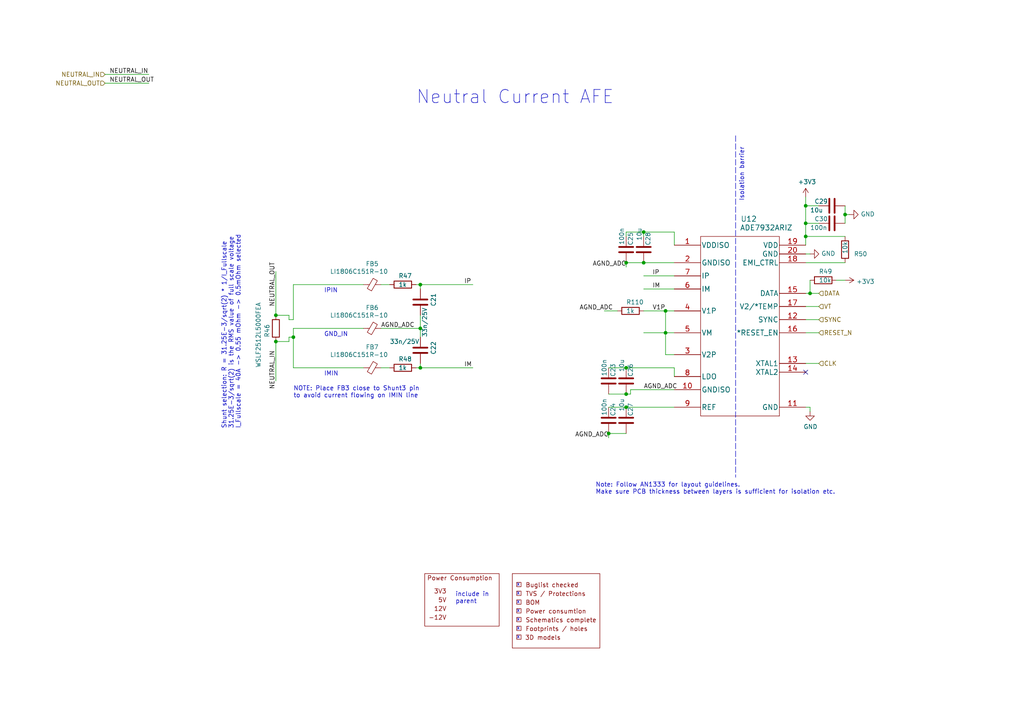
<source format=kicad_sch>
(kicad_sch (version 20211123) (generator eeschema)
  (paper "A4")
  (title_block (title "Yeti Board") (date "2021-05-14") (rev "02") (company "Pionix GmbH") (comment 1 "Cornelius Claussen"))
  (lib_symbols
    (symbol "Device:C" (pin_numbers hide) (pin_names (offset 0.254))
      (property "Reference" "C" (at 0.635 2.54 0))
      (property "Value" "C" (at 0.635 -2.54 0))
      (symbol "C_0_1"
        (polyline (pts (xy -2.032 -0.762) (xy 2.032 -0.762)) (stroke (width 0.508)))
        (polyline (pts (xy -2.032 0.762) (xy 2.032 0.762)) (stroke (width 0.508)))
      )
      (symbol "C_1_1"
        (pin passive line (at 0 3.81 270) (length 2.794) (name "~") (number "1"))
        (pin passive line (at 0 -3.81 90) (length 2.794) (name "~") (number "2"))
      )
    )
    (symbol "Device:FerriteBead_Small" (pin_numbers hide) (pin_names (offset 0))
      (property "Reference" "FB" (at 1.905 1.27 0))
      (property "Value" "FerriteBead_Small" (at 1.905 -1.27 0))
      (symbol "FerriteBead_Small_0_1"
        (polyline (pts (xy 0 -1.27) (xy 0 -0.7874)))
        (polyline (pts (xy 0 0.889) (xy 0 1.2954)))
        (polyline (pts (xy -1.8288 0.2794) (xy -1.1176 1.4986) (xy 1.8288 -0.2032) (xy 1.1176 -1.4224) (xy -1.8288 0.2794)))
      )
      (symbol "FerriteBead_Small_1_1"
        (pin passive line (at 0 2.54 270) (length 1.27) (name "~") (number "1"))
        (pin passive line (at 0 -2.54 90) (length 1.27) (name "~") (number "2"))
      )
    )
    (symbol "Device:R" (pin_numbers hide) (pin_names (offset 0))
      (property "Reference" "R" (at 2.032 0 90))
      (property "Value" "R" (at 0 0 90))
      (symbol "R_0_1"
        (rectangle (start -1.016 -2.54) (end 1.016 2.54) (stroke (width 0.254)))
      )
      (symbol "R_1_1"
        (pin passive line (at 0 3.81 270) (length 1.27) (name "~") (number "1"))
        (pin passive line (at 0 -3.81 90) (length 1.27) (name "~") (number "2"))
      )
    )
    (symbol "ev-devboard:ADE7932ARIZ" (pin_names (offset 0.254))
      (property "Reference" "U" (at -3.81 30.48 0))
      (property "Value" "ADE7932ARIZ" (at -3.81 27.94 0))
      (symbol "ADE7932ARIZ_0_1"
        (rectangle (start -12.7 25.4) (end 10.16 -26.67))
        (rectangle (start 10.16 -26.67) (end 10.16 -26.67))
      )
      (symbol "ADE7932ARIZ_1_1"
        (pin passive line (at -20.32 22.86 0) (length 7.62) (name "VDDISO") (number "1"))
        (pin passive line (at -20.32 -19.05 0) (length 7.62) (name "GNDISO") (number "10"))
        (pin power_in line (at 17.78 -24.13 180) (length 7.62) (name "GND") (number "11"))
        (pin input line (at 17.78 1.27 180) (length 7.62) (name "SYNC") (number "12"))
        (pin passive line (at 17.78 -11.43 180) (length 7.62) (name "XTAL1") (number "13"))
        (pin passive line (at 17.78 -13.97 180) (length 7.62) (name "XTAL2") (number "14"))
        (pin bidirectional line (at 17.78 8.89 180) (length 7.62) (name "DATA") (number "15"))
        (pin input line (at 17.78 -2.54 180) (length 7.62) (name "*RESET_EN") (number "16"))
        (pin passive line (at 17.78 5.08 180) (length 7.62) (name "V2/*TEMP") (number "17"))
        (pin input line (at 17.78 17.78 180) (length 7.62) (name "EMI_CTRL") (number "18"))
        (pin power_in line (at 17.78 22.86 180) (length 7.62) (name "VDD") (number "19"))
        (pin passive line (at -20.32 17.78 0) (length 7.62) (name "GNDISO") (number "2"))
        (pin power_in line (at 17.78 20.32 180) (length 7.62) (name "GND") (number "20"))
        (pin passive line (at -20.32 -8.89 0) (length 7.62) (name "V2P") (number "3"))
        (pin passive line (at -20.32 3.81 0) (length 7.62) (name "V1P") (number "4"))
        (pin passive line (at -20.32 -2.54 0) (length 7.62) (name "VM") (number "5"))
        (pin passive line (at -20.32 10.16 0) (length 7.62) (name "IM") (number "6"))
        (pin passive line (at -20.32 13.97 0) (length 7.62) (name "IP") (number "7"))
        (pin passive line (at -20.32 -15.24 0) (length 7.62) (name "LDO") (number "8"))
        (pin passive line (at -20.32 -24.13 0) (length 7.62) (name "REF") (number "9"))
      )
    )
    (symbol "ev-devboard:CHECKLIST" (pin_numbers hide) (pin_names (offset 0) hide)
      (symbol "CHECKLIST_0_0"
        (rectangle (start -11.43 10.16) (end 13.97 -11.43))
        (rectangle (start -10.16 7.62) (end -8.89 6.35))
        (text "3D models" (at -2.54 -7.62 0) (effects (font (size 1.27 1.27)) (justify top)))
        (text "BOM" (at -7.62 2.54 0) (effects (font (size 1.27 1.27)) (justify left top)))
        (text "Buglist checked" (at -7.62 7.62 0) (effects (font (size 1.27 1.27)) (justify left top)))
        (text "Footprints / holes" (at -7.62 -5.08 0) (effects (font (size 1.27 1.27)) (justify left top)))
        (text "Power consumtion" (at -7.62 0 0) (effects (font (size 1.27 1.27)) (justify left top)))
        (text "Schematics complete" (at -7.62 -2.54 0) (effects (font (size 1.27 1.27)) (justify left top)))
        (text "TVS / Protections" (at -7.62 5.08 0) (effects (font (size 1.27 1.27)) (justify left top)))
      )
      (symbol "CHECKLIST_1_1"
        (rectangle (start -10.16 -7.62) (end -8.89 -8.89))
        (rectangle (start -10.16 -5.08) (end -8.89 -6.35))
        (rectangle (start -10.16 -2.54) (end -8.89 -3.81))
        (rectangle (start -10.16 0) (end -8.89 -1.27))
        (rectangle (start -10.16 2.54) (end -8.89 1.27))
        (rectangle (start -10.16 5.08) (end -8.89 3.81))
      )
    )
    (symbol "ev-devboard:POWERCONSUMPTION" (pin_names (offset 1.016))
      (symbol "POWERCONSUMPTION_0_0"
        (rectangle (start -10.16 7.62) (end 11.43 -7.62))
        (text "-12V" (at -3.81 -5.08 0) (effects (font (size 1.27 1.27)) (justify right)))
        (text "12V" (at -3.81 -2.54 0) (effects (font (size 1.27 1.27)) (justify right)))
        (text "3V3" (at -3.81 2.54 0) (effects (font (size 1.27 1.27)) (justify right)))
        (text "5V" (at -3.81 0 0) (effects (font (size 1.27 1.27)) (justify right)))
        (text "Power Consumption" (at 0 6.35 0) (effects (font (size 1.27 1.27))))
      )
    )
    (symbol "power:+3.3V" (power) (pin_names (offset 0))
      (property "Value" "+3.3V" (at 0 3.556 0))
      (symbol "+3.3V_0_1"
        (polyline (pts (xy -0.762 1.27) (xy 0 2.54)))
        (polyline (pts (xy 0 0) (xy 0 2.54)))
        (polyline (pts (xy 0 2.54) (xy 0.762 1.27)))
      )
      (symbol "+3.3V_1_1"
        (pin power_in line (at 0 0 90) (length 0) hide (name "+3V3") (number "1"))
      )
    )
    (symbol "power:GND" (power) (pin_names (offset 0))
      (property "Value" "GND" (at 0 -3.81 0))
      (symbol "GND_0_1"
        (polyline (pts (xy 0 0) (xy 0 -1.27) (xy 1.27 -1.27) (xy 0 -2.54) (xy -1.27 -1.27) (xy 0 -1.27)))
      )
      (symbol "GND_1_1"
        (pin power_in line (at 0 0 270) (length 0) hide (name "GND") (number "1"))
      )
    )
  )
  (junction (at 181.61 118.11))
  (junction (at 121.92 82.55))
  (junction (at 121.92 95.25))
  (junction (at 181.61 106.68))
  (junction (at 181.61 114.3))
  (junction (at 233.68 64.77))
  (junction (at 233.68 68.58))
  (junction (at 80.01 91.44))
  (junction (at 176.53 125.73))
  (junction (at 181.61 76.2))
  (junction (at 85.09 97.79))
  (junction (at 233.68 59.69))
  (junction (at 186.69 67.31))
  (junction (at 193.04 90.17))
  (junction (at 186.69 76.2))
  (junction (at 193.04 96.52))
  (junction (at 245.11 62.23))
  (junction (at 80.01 99.06))
  (junction (at 121.92 106.68))
  (junction (at 234.95 85.09))
  (no_connect (at 233.68 107.95))
  (wire (pts (xy 176.53 125.73) (xy 176.53 127)))
  (wire (pts (xy 195.58 76.2) (xy 186.69 76.2)))
  (wire (pts (xy 193.04 96.52) (xy 186.69 96.52)))
  (wire (pts (xy 182.88 113.03) (xy 182.88 114.3)))
  (wire (pts (xy 195.58 96.52) (xy 193.04 96.52)))
  (wire (pts (xy 245.11 81.28) (xy 242.57 81.28)))
  (wire (pts (xy 80.01 99.06) (xy 80.01 110.49)))
  (wire (pts (xy 85.09 97.79) (xy 85.09 106.68)))
  (wire (pts (xy 85.09 106.68) (xy 105.41 106.68)))
  (wire (pts (xy 233.68 64.77) (xy 237.49 64.77)))
  (wire (pts (xy 182.88 114.3) (xy 181.61 114.3)))
  (wire (pts (xy 233.68 88.9) (xy 237.49 88.9)))
  (wire (pts (xy 195.58 80.01) (xy 186.69 80.01)))
  (wire (pts (xy 233.68 85.09) (xy 234.95 85.09)))
  (wire (pts (xy 85.09 82.55) (xy 85.09 92.71)))
  (wire (pts (xy 110.49 82.55) (xy 113.03 82.55)))
  (wire (pts (xy 181.61 76.2) (xy 181.61 77.47)))
  (wire (pts (xy 176.53 125.73) (xy 181.61 125.73)))
  (wire (pts (xy 83.82 99.06) (xy 80.01 99.06)))
  (wire (pts (xy 193.04 90.17) (xy 193.04 96.52)))
  (wire (pts (xy 181.61 76.2) (xy 186.69 76.2)))
  (wire (pts (xy 193.04 102.87) (xy 193.04 96.52)))
  (wire (pts (xy 234.95 73.66) (xy 233.68 73.66)))
  (wire (pts (xy 80.01 91.44) (xy 83.82 91.44)))
  (wire (pts (xy 121.92 95.25) (xy 121.92 91.44)))
  (wire (pts (xy 181.61 106.68) (xy 195.58 106.68)))
  (wire (pts (xy 181.61 67.31) (xy 181.61 68.58)))
  (wire (pts (xy 195.58 71.12) (xy 195.58 67.31)))
  (wire (pts (xy 181.61 118.11) (xy 176.53 118.11)))
  (wire (pts (xy 233.68 92.71) (xy 237.49 92.71)))
  (wire (pts (xy 120.65 106.68) (xy 121.92 106.68)))
  (wire (pts (xy 237.49 59.69) (xy 233.68 59.69)))
  (wire (pts (xy 186.69 67.31) (xy 186.69 68.58)))
  (wire (pts (xy 121.92 82.55) (xy 137.16 82.55)))
  (wire (pts (xy 195.58 102.87) (xy 193.04 102.87)))
  (wire (pts (xy 120.65 82.55) (xy 121.92 82.55)))
  (wire (pts (xy 85.09 95.25) (xy 105.41 95.25)))
  (wire (pts (xy 175.26 90.17) (xy 179.07 90.17)))
  (wire (pts (xy 30.48 24.13) (xy 43.18 24.13)))
  (wire (pts (xy 83.82 97.79) (xy 85.09 97.79)))
  (wire (pts (xy 193.04 90.17) (xy 186.69 90.17)))
  (wire (pts (xy 233.68 71.12) (xy 233.68 68.58)))
  (wire (pts (xy 233.68 68.58) (xy 245.11 68.58)))
  (wire (pts (xy 233.68 105.41) (xy 237.49 105.41)))
  (polyline (pts (xy 213.36 39.37) (xy 213.36 138.43)))
  (wire (pts (xy 121.92 106.68) (xy 121.92 105.41)))
  (wire (pts (xy 121.92 106.68) (xy 137.16 106.68)))
  (wire (pts (xy 80.01 78.74) (xy 80.01 91.44)))
  (wire (pts (xy 121.92 95.25) (xy 121.92 97.79)))
  (wire (pts (xy 176.53 106.68) (xy 181.61 106.68)))
  (wire (pts (xy 233.68 64.77) (xy 233.68 59.69)))
  (wire (pts (xy 195.58 90.17) (xy 193.04 90.17)))
  (wire (pts (xy 233.68 59.69) (xy 233.68 57.15)))
  (wire (pts (xy 195.58 106.68) (xy 195.58 109.22)))
  (wire (pts (xy 234.95 85.09) (xy 234.95 81.28)))
  (wire (pts (xy 186.69 83.82) (xy 195.58 83.82)))
  (wire (pts (xy 233.68 68.58) (xy 233.68 64.77)))
  (wire (pts (xy 245.11 59.69) (xy 245.11 62.23)))
  (wire (pts (xy 83.82 97.79) (xy 83.82 99.06)))
  (wire (pts (xy 245.11 62.23) (xy 246.38 62.23)))
  (wire (pts (xy 182.88 113.03) (xy 195.58 113.03)))
  (wire (pts (xy 110.49 95.25) (xy 121.92 95.25)))
  (wire (pts (xy 121.92 82.55) (xy 121.92 83.82)))
  (wire (pts (xy 181.61 118.11) (xy 195.58 118.11)))
  (wire (pts (xy 233.68 118.11) (xy 234.95 118.11)))
  (wire (pts (xy 233.68 96.52) (xy 237.49 96.52)))
  (wire (pts (xy 85.09 97.79) (xy 85.09 95.25)))
  (wire (pts (xy 245.11 62.23) (xy 245.11 64.77)))
  (wire (pts (xy 176.53 114.3) (xy 181.61 114.3)))
  (wire (pts (xy 83.82 92.71) (xy 85.09 92.71)))
  (wire (pts (xy 30.48 21.59) (xy 43.18 21.59)))
  (wire (pts (xy 85.09 82.55) (xy 105.41 82.55)))
  (wire (pts (xy 195.58 67.31) (xy 186.69 67.31)))
  (wire (pts (xy 83.82 91.44) (xy 83.82 92.71)))
  (wire (pts (xy 233.68 76.2) (xy 245.11 76.2)))
  (wire (pts (xy 234.95 85.09) (xy 237.49 85.09)))
  (wire (pts (xy 186.69 67.31) (xy 181.61 67.31)))
  (wire (pts (xy 110.49 106.68) (xy 113.03 106.68)))
  (wire (pts (xy 234.95 118.11) (xy 234.95 119.38)))
  (text "X" (at 149.86 170.18 0) (effects (font (size 0.762 0.762)) (justify left bottom)))
  (text "Shunt selection: R = 31.25E-3/sqrt(2) * 1/I_Fullscale\n31.25E-3/sqrt(2) is the RMS value of full scale voltage\nI_Fullscale = 40A -> 0.55 mOhm -> 0.5mOhm selected" (at 69.85 124.46 90) (effects (font (size 1.27 1.27)) (justify left bottom)))
  (text "Note: Follow AN1333 for layout guidelines.\nMake sure PCB thickness between layers is sufficient for isolation etc.\n" (at 172.72 143.51 0) (effects (font (size 1.27 1.27)) (justify left bottom)))
  (text "IPIN" (at 93.98 85.09 0) (effects (font (size 1.27 1.27)) (justify left bottom)))
  (text "X" (at 149.86 185.42 0) (effects (font (size 0.762 0.762)) (justify left bottom)))
  (text "X" (at 149.86 180.34 0) (effects (font (size 0.762 0.762)) (justify left bottom)))
  (text "X" (at 149.86 172.72 0) (effects (font (size 0.762 0.762)) (justify left bottom)))
  (text "X" (at 149.86 175.26 0) (effects (font (size 0.762 0.762)) (justify left bottom)))
  (text "Isolation barrier" (at 215.9 58.42 90) (effects (font (size 1.27 1.27)) (justify left bottom)))
  (text "include in\nparent" (at 132.08 175.26 0) (effects (font (size 1.27 1.27)) (justify left bottom)))
  (text "NOTE: Place FB3 close to Shunt3 pin\nto avoid current flowing on IMIN line" (at 85.09 115.57 0) (effects (font (size 1.27 1.27)) (justify left bottom)))
  (text "Neutral Current AFE" (at 120.65 30.48 0) (effects (font (size 3.81 3.81)) (justify left bottom)))
  (text "IMIN" (at 93.98 109.22 0) (effects (font (size 1.27 1.27)) (justify left bottom)))
  (text "GND_IN" (at 93.98 97.79 0) (effects (font (size 1.27 1.27)) (justify left bottom)))
  (text "X" (at 149.86 182.88 0) (effects (font (size 0.762 0.762)) (justify left bottom)))
  (text "X" (at 149.86 177.8 0) (effects (font (size 0.762 0.762)) (justify left bottom)))
  (label "AGND_ADC" (at 176.53 127 180))
  (label "NEUTRAL_IN" (at 31.75 21.59 0))
  (label "NEUTRAL_OUT" (at 31.75 24.13 0))
  (label "NEUTRAL_OUT" (at 80.01 88.9 90))
  (label "NEUTRAL_IN" (at 80.01 101.6 270))
  (label "AGND_ADC" (at 110.49 95.25 0))
  (label "IM" (at 189.23 83.82 0))
  (label "AGND_ADC" (at 181.61 77.47 180))
  (label "IP" (at 189.23 80.01 0))
  (label "AGND_ADC" (at 186.69 113.03 0))
  (label "IM" (at 134.62 106.68 0))
  (label "AGND_ADC" (at 177.8 90.17 180))
  (label "IP" (at 134.62 82.55 0))
  (label "V1P" (at 189.23 90.17 0))
  (hierarchical_label "SYNC" (shape input) (at 237.49 92.71 0))
  (hierarchical_label "RESET_N" (shape input) (at 237.49 96.52 0))
  (hierarchical_label "VT" (shape input) (at 237.49 88.9 0))
  (hierarchical_label "NEUTRAL_OUT" (shape input) (at 30.48 24.13 180))
  (hierarchical_label "CLK" (shape input) (at 237.49 105.41 0))
  (hierarchical_label "DATA" (shape input) (at 237.49 85.09 0))
  (hierarchical_label "NEUTRAL_IN" (shape input) (at 30.48 21.59 180))
  (symbol (lib_id "Device:R") (at 80.01 95.25 0) (unit 1)
    (property "Reference" "R46" (at 77.47 93.98 90) (effects (justify right)))
    (property "Value" "WSLF2512L5000FEA" (at 74.93 87.63 90) (effects (justify right)))
    (property "Footprint" "ev-devboard:WSLF2512L5000FEA" (effects hide))
  )
  (symbol (lib_id "Device:R") (at 116.84 106.68 90) (unit 1)
    (property "Reference" "R48" (at 115.57 104.14 90) (effects (justify right)))
    (property "Value" "1k" (at 115.57 106.68 90) (effects (justify right)))
    (property "Footprint" "Resistor_SMD:R_0603_1608Metric" (effects hide))
  )
  (symbol (lib_id "power:+3.3V") (at 233.68 57.15 0) (unit 1)
    (property "Reference" "#PWR046" (effects hide))
    (property "Value" "+3.3V" (at 234.061 52.7558 0))
  )
  (symbol (lib_id "Device:C") (at 241.3 64.77 270) (unit 1)
    (property "Reference" "C30" (at 236.22 63.5 90) (effects (justify left)))
    (property "Value" "100n" (at 234.95 66.04 90) (effects (justify left)))
    (property "Footprint" "Capacitor_SMD:C_0603_1608Metric" (effects hide))
  )
  (symbol (lib_id "Device:C") (at 241.3 59.69 270) (unit 1)
    (property "Reference" "C29" (at 236.22 58.42 90) (effects (justify left)))
    (property "Value" "10u" (at 234.95 60.96 90) (effects (justify left)))
    (property "Footprint" "Capacitor_SMD:C_0603_1608Metric" (effects hide))
  )
  (symbol (lib_id "power:GND") (at 246.38 62.23 90) (unit 1)
    (property "Reference" "#PWR050" (effects hide))
    (property "Value" "GND" (at 249.6312 62.103 90) (effects (justify right)))
  )
  (symbol (lib_id "power:GND") (at 234.95 119.38 0) (unit 1)
    (property "Reference" "#PWR048" (effects hide))
    (property "Value" "GND" (at 235.077 123.7742 0))
  )
  (symbol (lib_id "Device:R") (at 238.76 81.28 90) (unit 1)
    (property "Reference" "R49" (at 237.49 78.74 90) (effects (justify right)))
    (property "Value" "10k" (at 237.49 81.28 90) (effects (justify right)))
    (property "Footprint" "Resistor_SMD:R_0603_1608Metric" (effects hide))
  )
  (symbol (lib_id "Device:C") (at 186.69 72.39 180) (unit 1)
    (property "Reference" "C28" (at 187.96 67.31 90) (effects (justify left)))
    (property "Value" "10u" (at 185.42 66.04 90) (effects (justify left)))
    (property "Footprint" "Capacitor_SMD:C_0603_1608Metric" (effects hide))
  )
  (symbol (lib_id "Device:C") (at 176.53 121.92 180) (unit 1)
    (property "Reference" "C24" (at 177.8 116.84 90) (effects (justify left)))
    (property "Value" "100n" (at 175.26 115.57 90) (effects (justify left)))
    (property "Footprint" "Capacitor_SMD:C_0603_1608Metric" (effects hide))
  )
  (symbol (lib_id "Device:C") (at 181.61 121.92 180) (unit 1)
    (property "Reference" "C27" (at 182.88 116.84 90) (effects (justify left)))
    (property "Value" "10u" (at 180.34 115.57 90) (effects (justify left)))
    (property "Footprint" "Capacitor_SMD:C_0603_1608Metric" (effects hide))
  )
  (symbol (lib_id "Device:R") (at 182.88 90.17 90) (unit 1)
    (property "Reference" "R110" (at 181.61 87.63 90) (effects (justify right)))
    (property "Value" "1k" (at 181.61 90.17 90) (effects (justify right)))
    (property "Footprint" "Resistor_SMD:R_0603_1608Metric" (effects hide))
  )
  (symbol (lib_id "Device:FerriteBead_Small") (at 107.95 82.55 270) (unit 1)
    (property "Reference" "FB5" (at 107.95 76.5302 90))
    (property "Value" "LI1806C151R-10" (at 104.14 78.74 90))
    (property "Footprint" "Inductor_SMD:L_1806_4516Metric" (effects hide))
  )
  (symbol (lib_id "Device:FerriteBead_Small") (at 107.95 95.25 270) (unit 1)
    (property "Reference" "FB6" (at 107.95 89.2302 90))
    (property "Value" "LI1806C151R-10" (at 104.14 91.44 90))
    (property "Footprint" "Inductor_SMD:L_1806_4516Metric" (effects hide))
  )
  (symbol (lib_id "Device:FerriteBead_Small") (at 107.95 106.68 270) (unit 1)
    (property "Reference" "FB7" (at 107.95 100.6602 90))
    (property "Value" "LI1806C151R-10" (at 104.14 102.87 90))
    (property "Footprint" "Inductor_SMD:L_1806_4516Metric" (effects hide))
  )
  (symbol (lib_id "Device:C") (at 121.92 87.63 0) (unit 1)
    (property "Reference" "C21" (at 125.73 88.9 90) (effects (justify left)))
    (property "Value" "33n/25V" (at 123.19 97.79 90) (effects (justify left)))
    (property "Footprint" "Capacitor_SMD:C_0603_1608Metric" (effects hide))
  )
  (symbol (lib_id "Device:C") (at 121.92 101.6 0) (unit 1)
    (property "Reference" "C22" (at 125.73 102.87 90) (effects (justify left)))
    (property "Value" "33n/25V" (at 113.03 99.06 0) (effects (justify left)))
    (property "Footprint" "Capacitor_SMD:C_0603_1608Metric" (effects hide))
  )
  (symbol (lib_id "Device:R") (at 116.84 82.55 90) (unit 1)
    (property "Reference" "R47" (at 115.57 80.01 90) (effects (justify right)))
    (property "Value" "1k" (at 115.57 82.55 90) (effects (justify right)))
    (property "Footprint" "Resistor_SMD:R_0603_1608Metric" (effects hide))
  )
  (symbol (lib_id "Device:R") (at 245.11 72.39 180) (unit 1)
    (property "Reference" "R50" (at 247.65 73.66 0) (effects (justify right)))
    (property "Value" "10k" (at 245.11 73.66 90) (effects (justify right)))
    (property "Footprint" "Resistor_SMD:R_0603_1608Metric" (effects hide))
  )
  (symbol (lib_id "power:GND") (at 234.95 73.66 90) (unit 1)
    (property "Reference" "#PWR047" (effects hide))
    (property "Value" "GND" (at 238.2012 73.533 90) (effects (justify right)))
  )
  (symbol (lib_id "power:+3.3V") (at 245.11 81.28 270) (unit 1)
    (property "Reference" "#PWR049" (effects hide))
    (property "Value" "+3.3V" (at 248.3612 81.661 90) (effects (justify left)))
  )
  (symbol (lib_id "Device:C") (at 176.53 110.49 180) (unit 1)
    (property "Reference" "C23" (at 177.8 105.41 90) (effects (justify left)))
    (property "Value" "100n" (at 175.26 104.14 90) (effects (justify left)))
    (property "Footprint" "Capacitor_SMD:C_0603_1608Metric" (effects hide))
  )
  (symbol (lib_id "Device:C") (at 181.61 110.49 180) (unit 1)
    (property "Reference" "C26" (at 182.88 105.41 90) (effects (justify left)))
    (property "Value" "10u" (at 180.34 104.14 90) (effects (justify left)))
    (property "Footprint" "Capacitor_SMD:C_0603_1608Metric" (effects hide))
  )
  (symbol (lib_id "Device:C") (at 181.61 72.39 180) (unit 1)
    (property "Reference" "C25" (at 182.88 67.31 90) (effects (justify left)))
    (property "Value" "100n" (at 180.34 66.04 90) (effects (justify left)))
    (property "Footprint" "Capacitor_SMD:C_0603_1608Metric" (effects hide))
  )
  (symbol (lib_id "ev-devboard:ADE7932ARIZ") (at 215.9 93.98 0) (unit 1)
    (property "Reference" "U12" (at 217.17 63.5 0) (effects (font (size 1.524 1.524))))
    (property "Value" "ADE7932ARIZ" (at 222.25 66.04 0) (effects (font (size 1.524 1.524))))
    (property "Footprint" "ev-devboard:ADE7933ARIZ" (effects hide))
    (property "Digikey" "ADE7932ARIZ-RLCT-ND" (effects hide))
    (property "MPN" "ADE7932ARIZ-RL" (effects hide))
    (property "Manufacturer" "Analog Devices" (effects hide))
    (property "Price" "6.85" (effects hide))
  )
  (symbol (lib_id "ev-devboard:POWERCONSUMPTION") (at 133.35 173.99 0) (unit 1)
    (property "Reference" "#NONE9" (effects hide))
    (property "Value" "POWERCONSUMPTION" (effects hide))
  )
  (symbol (lib_id "ev-devboard:CHECKLIST") (at 160.02 176.53 0) (unit 1)
    (property "Reference" "#NONE10" (effects hide))
    (property "Value" "CHECKLIST" (effects hide))
  )
)
</source>
